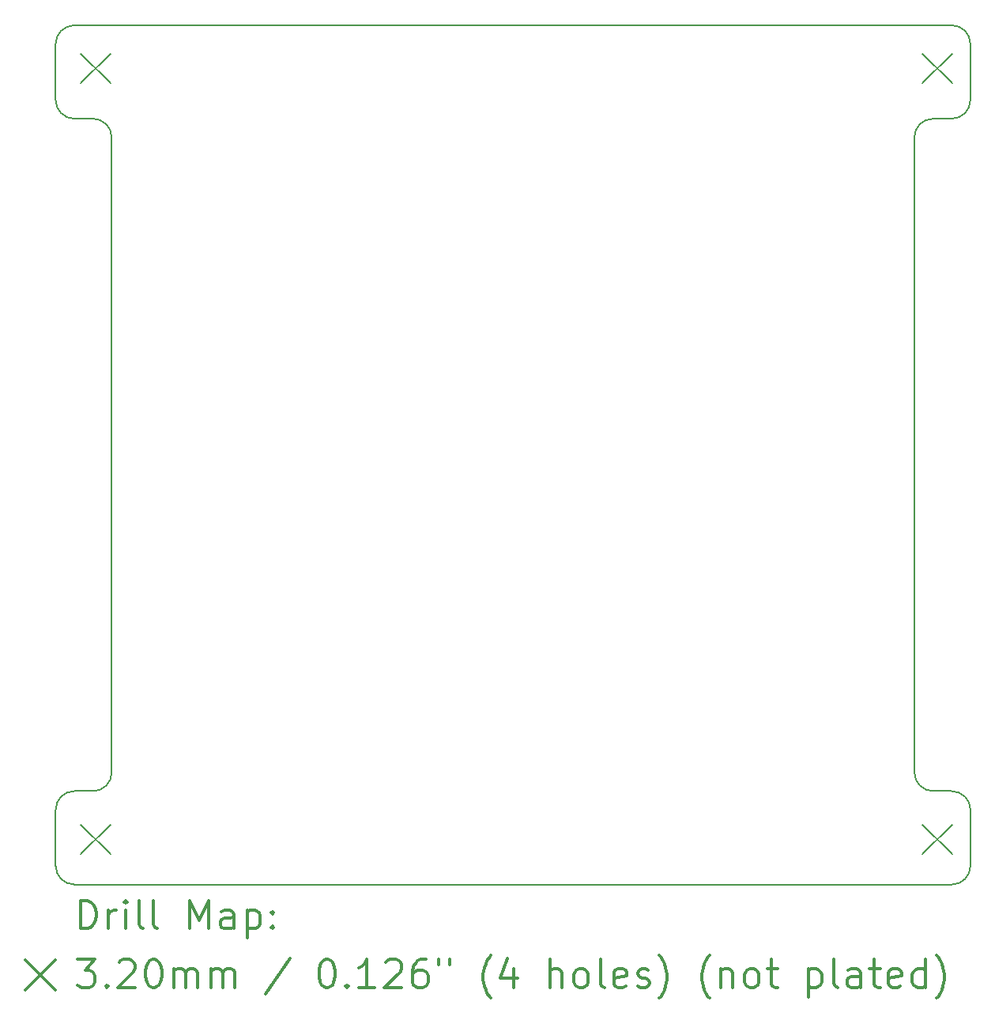
<source format=gbr>
%FSLAX45Y45*%
G04 Gerber Fmt 4.5, Leading zero omitted, Abs format (unit mm)*
G04 Created by KiCad (PCBNEW 4.0.7-e2-6376~58~ubuntu16.04.1) date Mon Oct 15 06:01:08 2018*
%MOMM*%
%LPD*%
G01*
G04 APERTURE LIST*
%ADD10C,0.127000*%
%ADD11C,0.150000*%
%ADD12C,0.200000*%
%ADD13C,0.300000*%
G04 APERTURE END LIST*
D10*
D11*
X18204692Y-13739228D02*
X8804692Y-13739228D01*
X8604692Y-12939228D02*
X8604692Y-13539228D01*
X9004692Y-12739228D02*
X8804692Y-12739228D01*
X9204692Y-5739228D02*
X9204692Y-12539228D01*
X8804692Y-5539228D02*
X9004692Y-5539228D01*
X8604692Y-4739228D02*
X8604692Y-5339228D01*
X18204692Y-4539228D02*
X8804692Y-4539228D01*
X18404692Y-5339228D02*
X18404692Y-4739228D01*
X18004692Y-5539228D02*
X18204692Y-5539228D01*
X17804692Y-12539228D02*
X17804692Y-5739228D01*
X18204692Y-12739228D02*
X18004692Y-12739228D01*
X18404692Y-13539228D02*
X18404692Y-12939228D01*
X8604692Y-13539228D02*
G75*
G03X8804692Y-13739228I200000J0D01*
G01*
X8804692Y-12739228D02*
G75*
G03X8604692Y-12939228I0J-200000D01*
G01*
X9004692Y-12739228D02*
G75*
G03X9204692Y-12539228I0J200000D01*
G01*
X9204692Y-5739228D02*
G75*
G03X9004692Y-5539228I-200000J0D01*
G01*
X8604692Y-5339228D02*
G75*
G03X8804692Y-5539228I200000J0D01*
G01*
X8804692Y-4539228D02*
G75*
G03X8604692Y-4739228I0J-200000D01*
G01*
X18204692Y-13739228D02*
G75*
G03X18404692Y-13539228I0J200000D01*
G01*
X18404692Y-12939228D02*
G75*
G03X18204692Y-12739228I-200000J0D01*
G01*
X17804692Y-12539228D02*
G75*
G03X18004692Y-12739228I200000J0D01*
G01*
X18004692Y-5539228D02*
G75*
G03X17804692Y-5739228I0J-200000D01*
G01*
X18204692Y-5539228D02*
G75*
G03X18404692Y-5339228I0J200000D01*
G01*
X18404692Y-4739228D02*
G75*
G03X18204692Y-4539228I-200000J0D01*
G01*
D12*
X8874692Y-4841028D02*
X9194692Y-5161028D01*
X9194692Y-4841028D02*
X8874692Y-5161028D01*
X8874692Y-13096028D02*
X9194692Y-13416028D01*
X9194692Y-13096028D02*
X8874692Y-13416028D01*
X17891692Y-4841028D02*
X18211692Y-5161028D01*
X18211692Y-4841028D02*
X17891692Y-5161028D01*
X17891692Y-13096028D02*
X18211692Y-13416028D01*
X18211692Y-13096028D02*
X17891692Y-13416028D01*
D13*
X8868621Y-14212442D02*
X8868621Y-13912442D01*
X8940049Y-13912442D01*
X8982906Y-13926728D01*
X9011478Y-13955299D01*
X9025763Y-13983871D01*
X9040049Y-14041014D01*
X9040049Y-14083871D01*
X9025763Y-14141014D01*
X9011478Y-14169585D01*
X8982906Y-14198156D01*
X8940049Y-14212442D01*
X8868621Y-14212442D01*
X9168621Y-14212442D02*
X9168621Y-14012442D01*
X9168621Y-14069585D02*
X9182906Y-14041014D01*
X9197192Y-14026728D01*
X9225763Y-14012442D01*
X9254335Y-14012442D01*
X9354335Y-14212442D02*
X9354335Y-14012442D01*
X9354335Y-13912442D02*
X9340049Y-13926728D01*
X9354335Y-13941014D01*
X9368621Y-13926728D01*
X9354335Y-13912442D01*
X9354335Y-13941014D01*
X9540049Y-14212442D02*
X9511478Y-14198156D01*
X9497192Y-14169585D01*
X9497192Y-13912442D01*
X9697192Y-14212442D02*
X9668621Y-14198156D01*
X9654335Y-14169585D01*
X9654335Y-13912442D01*
X10040049Y-14212442D02*
X10040049Y-13912442D01*
X10140049Y-14126728D01*
X10240049Y-13912442D01*
X10240049Y-14212442D01*
X10511478Y-14212442D02*
X10511478Y-14055299D01*
X10497192Y-14026728D01*
X10468621Y-14012442D01*
X10411478Y-14012442D01*
X10382906Y-14026728D01*
X10511478Y-14198156D02*
X10482906Y-14212442D01*
X10411478Y-14212442D01*
X10382906Y-14198156D01*
X10368621Y-14169585D01*
X10368621Y-14141014D01*
X10382906Y-14112442D01*
X10411478Y-14098156D01*
X10482906Y-14098156D01*
X10511478Y-14083871D01*
X10654335Y-14012442D02*
X10654335Y-14312442D01*
X10654335Y-14026728D02*
X10682906Y-14012442D01*
X10740049Y-14012442D01*
X10768621Y-14026728D01*
X10782906Y-14041014D01*
X10797192Y-14069585D01*
X10797192Y-14155299D01*
X10782906Y-14183871D01*
X10768621Y-14198156D01*
X10740049Y-14212442D01*
X10682906Y-14212442D01*
X10654335Y-14198156D01*
X10925763Y-14183871D02*
X10940049Y-14198156D01*
X10925763Y-14212442D01*
X10911478Y-14198156D01*
X10925763Y-14183871D01*
X10925763Y-14212442D01*
X10925763Y-14026728D02*
X10940049Y-14041014D01*
X10925763Y-14055299D01*
X10911478Y-14041014D01*
X10925763Y-14026728D01*
X10925763Y-14055299D01*
X8277192Y-14546728D02*
X8597192Y-14866728D01*
X8597192Y-14546728D02*
X8277192Y-14866728D01*
X8840049Y-14542442D02*
X9025763Y-14542442D01*
X8925763Y-14656728D01*
X8968621Y-14656728D01*
X8997192Y-14671014D01*
X9011478Y-14685299D01*
X9025763Y-14713871D01*
X9025763Y-14785299D01*
X9011478Y-14813871D01*
X8997192Y-14828156D01*
X8968621Y-14842442D01*
X8882906Y-14842442D01*
X8854335Y-14828156D01*
X8840049Y-14813871D01*
X9154335Y-14813871D02*
X9168621Y-14828156D01*
X9154335Y-14842442D01*
X9140049Y-14828156D01*
X9154335Y-14813871D01*
X9154335Y-14842442D01*
X9282906Y-14571014D02*
X9297192Y-14556728D01*
X9325763Y-14542442D01*
X9397192Y-14542442D01*
X9425763Y-14556728D01*
X9440049Y-14571014D01*
X9454335Y-14599585D01*
X9454335Y-14628156D01*
X9440049Y-14671014D01*
X9268620Y-14842442D01*
X9454335Y-14842442D01*
X9640049Y-14542442D02*
X9668621Y-14542442D01*
X9697192Y-14556728D01*
X9711478Y-14571014D01*
X9725763Y-14599585D01*
X9740049Y-14656728D01*
X9740049Y-14728156D01*
X9725763Y-14785299D01*
X9711478Y-14813871D01*
X9697192Y-14828156D01*
X9668621Y-14842442D01*
X9640049Y-14842442D01*
X9611478Y-14828156D01*
X9597192Y-14813871D01*
X9582906Y-14785299D01*
X9568621Y-14728156D01*
X9568621Y-14656728D01*
X9582906Y-14599585D01*
X9597192Y-14571014D01*
X9611478Y-14556728D01*
X9640049Y-14542442D01*
X9868621Y-14842442D02*
X9868621Y-14642442D01*
X9868621Y-14671014D02*
X9882906Y-14656728D01*
X9911478Y-14642442D01*
X9954335Y-14642442D01*
X9982906Y-14656728D01*
X9997192Y-14685299D01*
X9997192Y-14842442D01*
X9997192Y-14685299D02*
X10011478Y-14656728D01*
X10040049Y-14642442D01*
X10082906Y-14642442D01*
X10111478Y-14656728D01*
X10125763Y-14685299D01*
X10125763Y-14842442D01*
X10268621Y-14842442D02*
X10268621Y-14642442D01*
X10268621Y-14671014D02*
X10282906Y-14656728D01*
X10311478Y-14642442D01*
X10354335Y-14642442D01*
X10382906Y-14656728D01*
X10397192Y-14685299D01*
X10397192Y-14842442D01*
X10397192Y-14685299D02*
X10411478Y-14656728D01*
X10440049Y-14642442D01*
X10482906Y-14642442D01*
X10511478Y-14656728D01*
X10525763Y-14685299D01*
X10525763Y-14842442D01*
X11111478Y-14528156D02*
X10854335Y-14913871D01*
X11497192Y-14542442D02*
X11525763Y-14542442D01*
X11554335Y-14556728D01*
X11568620Y-14571014D01*
X11582906Y-14599585D01*
X11597192Y-14656728D01*
X11597192Y-14728156D01*
X11582906Y-14785299D01*
X11568620Y-14813871D01*
X11554335Y-14828156D01*
X11525763Y-14842442D01*
X11497192Y-14842442D01*
X11468620Y-14828156D01*
X11454335Y-14813871D01*
X11440049Y-14785299D01*
X11425763Y-14728156D01*
X11425763Y-14656728D01*
X11440049Y-14599585D01*
X11454335Y-14571014D01*
X11468620Y-14556728D01*
X11497192Y-14542442D01*
X11725763Y-14813871D02*
X11740049Y-14828156D01*
X11725763Y-14842442D01*
X11711478Y-14828156D01*
X11725763Y-14813871D01*
X11725763Y-14842442D01*
X12025763Y-14842442D02*
X11854335Y-14842442D01*
X11940049Y-14842442D02*
X11940049Y-14542442D01*
X11911477Y-14585299D01*
X11882906Y-14613871D01*
X11854335Y-14628156D01*
X12140049Y-14571014D02*
X12154335Y-14556728D01*
X12182906Y-14542442D01*
X12254335Y-14542442D01*
X12282906Y-14556728D01*
X12297192Y-14571014D01*
X12311477Y-14599585D01*
X12311477Y-14628156D01*
X12297192Y-14671014D01*
X12125763Y-14842442D01*
X12311477Y-14842442D01*
X12568620Y-14542442D02*
X12511477Y-14542442D01*
X12482906Y-14556728D01*
X12468620Y-14571014D01*
X12440049Y-14613871D01*
X12425763Y-14671014D01*
X12425763Y-14785299D01*
X12440049Y-14813871D01*
X12454335Y-14828156D01*
X12482906Y-14842442D01*
X12540049Y-14842442D01*
X12568620Y-14828156D01*
X12582906Y-14813871D01*
X12597192Y-14785299D01*
X12597192Y-14713871D01*
X12582906Y-14685299D01*
X12568620Y-14671014D01*
X12540049Y-14656728D01*
X12482906Y-14656728D01*
X12454335Y-14671014D01*
X12440049Y-14685299D01*
X12425763Y-14713871D01*
X12711478Y-14542442D02*
X12711478Y-14599585D01*
X12825763Y-14542442D02*
X12825763Y-14599585D01*
X13268620Y-14956728D02*
X13254335Y-14942442D01*
X13225763Y-14899585D01*
X13211477Y-14871014D01*
X13197192Y-14828156D01*
X13182906Y-14756728D01*
X13182906Y-14699585D01*
X13197192Y-14628156D01*
X13211477Y-14585299D01*
X13225763Y-14556728D01*
X13254335Y-14513871D01*
X13268620Y-14499585D01*
X13511477Y-14642442D02*
X13511477Y-14842442D01*
X13440049Y-14528156D02*
X13368620Y-14742442D01*
X13554335Y-14742442D01*
X13897192Y-14842442D02*
X13897192Y-14542442D01*
X14025763Y-14842442D02*
X14025763Y-14685299D01*
X14011477Y-14656728D01*
X13982906Y-14642442D01*
X13940049Y-14642442D01*
X13911477Y-14656728D01*
X13897192Y-14671014D01*
X14211477Y-14842442D02*
X14182906Y-14828156D01*
X14168620Y-14813871D01*
X14154335Y-14785299D01*
X14154335Y-14699585D01*
X14168620Y-14671014D01*
X14182906Y-14656728D01*
X14211477Y-14642442D01*
X14254335Y-14642442D01*
X14282906Y-14656728D01*
X14297192Y-14671014D01*
X14311477Y-14699585D01*
X14311477Y-14785299D01*
X14297192Y-14813871D01*
X14282906Y-14828156D01*
X14254335Y-14842442D01*
X14211477Y-14842442D01*
X14482906Y-14842442D02*
X14454335Y-14828156D01*
X14440049Y-14799585D01*
X14440049Y-14542442D01*
X14711478Y-14828156D02*
X14682906Y-14842442D01*
X14625763Y-14842442D01*
X14597192Y-14828156D01*
X14582906Y-14799585D01*
X14582906Y-14685299D01*
X14597192Y-14656728D01*
X14625763Y-14642442D01*
X14682906Y-14642442D01*
X14711478Y-14656728D01*
X14725763Y-14685299D01*
X14725763Y-14713871D01*
X14582906Y-14742442D01*
X14840049Y-14828156D02*
X14868620Y-14842442D01*
X14925763Y-14842442D01*
X14954335Y-14828156D01*
X14968620Y-14799585D01*
X14968620Y-14785299D01*
X14954335Y-14756728D01*
X14925763Y-14742442D01*
X14882906Y-14742442D01*
X14854335Y-14728156D01*
X14840049Y-14699585D01*
X14840049Y-14685299D01*
X14854335Y-14656728D01*
X14882906Y-14642442D01*
X14925763Y-14642442D01*
X14954335Y-14656728D01*
X15068620Y-14956728D02*
X15082906Y-14942442D01*
X15111478Y-14899585D01*
X15125763Y-14871014D01*
X15140049Y-14828156D01*
X15154335Y-14756728D01*
X15154335Y-14699585D01*
X15140049Y-14628156D01*
X15125763Y-14585299D01*
X15111478Y-14556728D01*
X15082906Y-14513871D01*
X15068620Y-14499585D01*
X15611478Y-14956728D02*
X15597192Y-14942442D01*
X15568620Y-14899585D01*
X15554335Y-14871014D01*
X15540049Y-14828156D01*
X15525763Y-14756728D01*
X15525763Y-14699585D01*
X15540049Y-14628156D01*
X15554335Y-14585299D01*
X15568620Y-14556728D01*
X15597192Y-14513871D01*
X15611478Y-14499585D01*
X15725763Y-14642442D02*
X15725763Y-14842442D01*
X15725763Y-14671014D02*
X15740049Y-14656728D01*
X15768620Y-14642442D01*
X15811478Y-14642442D01*
X15840049Y-14656728D01*
X15854335Y-14685299D01*
X15854335Y-14842442D01*
X16040049Y-14842442D02*
X16011478Y-14828156D01*
X15997192Y-14813871D01*
X15982906Y-14785299D01*
X15982906Y-14699585D01*
X15997192Y-14671014D01*
X16011478Y-14656728D01*
X16040049Y-14642442D01*
X16082906Y-14642442D01*
X16111478Y-14656728D01*
X16125763Y-14671014D01*
X16140049Y-14699585D01*
X16140049Y-14785299D01*
X16125763Y-14813871D01*
X16111478Y-14828156D01*
X16082906Y-14842442D01*
X16040049Y-14842442D01*
X16225763Y-14642442D02*
X16340049Y-14642442D01*
X16268620Y-14542442D02*
X16268620Y-14799585D01*
X16282906Y-14828156D01*
X16311478Y-14842442D01*
X16340049Y-14842442D01*
X16668620Y-14642442D02*
X16668620Y-14942442D01*
X16668620Y-14656728D02*
X16697192Y-14642442D01*
X16754335Y-14642442D01*
X16782906Y-14656728D01*
X16797192Y-14671014D01*
X16811478Y-14699585D01*
X16811478Y-14785299D01*
X16797192Y-14813871D01*
X16782906Y-14828156D01*
X16754335Y-14842442D01*
X16697192Y-14842442D01*
X16668620Y-14828156D01*
X16982906Y-14842442D02*
X16954335Y-14828156D01*
X16940049Y-14799585D01*
X16940049Y-14542442D01*
X17225763Y-14842442D02*
X17225763Y-14685299D01*
X17211478Y-14656728D01*
X17182906Y-14642442D01*
X17125763Y-14642442D01*
X17097192Y-14656728D01*
X17225763Y-14828156D02*
X17197192Y-14842442D01*
X17125763Y-14842442D01*
X17097192Y-14828156D01*
X17082906Y-14799585D01*
X17082906Y-14771014D01*
X17097192Y-14742442D01*
X17125763Y-14728156D01*
X17197192Y-14728156D01*
X17225763Y-14713871D01*
X17325763Y-14642442D02*
X17440049Y-14642442D01*
X17368621Y-14542442D02*
X17368621Y-14799585D01*
X17382906Y-14828156D01*
X17411478Y-14842442D01*
X17440049Y-14842442D01*
X17654335Y-14828156D02*
X17625764Y-14842442D01*
X17568621Y-14842442D01*
X17540049Y-14828156D01*
X17525764Y-14799585D01*
X17525764Y-14685299D01*
X17540049Y-14656728D01*
X17568621Y-14642442D01*
X17625764Y-14642442D01*
X17654335Y-14656728D01*
X17668621Y-14685299D01*
X17668621Y-14713871D01*
X17525764Y-14742442D01*
X17925764Y-14842442D02*
X17925764Y-14542442D01*
X17925764Y-14828156D02*
X17897192Y-14842442D01*
X17840049Y-14842442D01*
X17811478Y-14828156D01*
X17797192Y-14813871D01*
X17782906Y-14785299D01*
X17782906Y-14699585D01*
X17797192Y-14671014D01*
X17811478Y-14656728D01*
X17840049Y-14642442D01*
X17897192Y-14642442D01*
X17925764Y-14656728D01*
X18040049Y-14956728D02*
X18054335Y-14942442D01*
X18082906Y-14899585D01*
X18097192Y-14871014D01*
X18111478Y-14828156D01*
X18125764Y-14756728D01*
X18125764Y-14699585D01*
X18111478Y-14628156D01*
X18097192Y-14585299D01*
X18082906Y-14556728D01*
X18054335Y-14513871D01*
X18040049Y-14499585D01*
M02*

</source>
